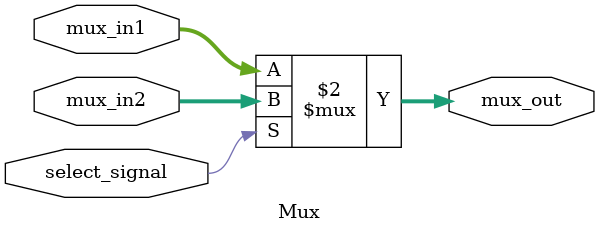
<source format=v>
`include "opcodes.v"

module Mux(mux_in1, mux_in2, select_signal, mux_out);
    input [31:0] mux_in1; 
    input [31:0] mux_in2; 
    input select_signal;
    output [31:0] mux_out;

    assign mux_out = (!select_signal) ? mux_in1 : mux_in2; 

endmodule 


</source>
